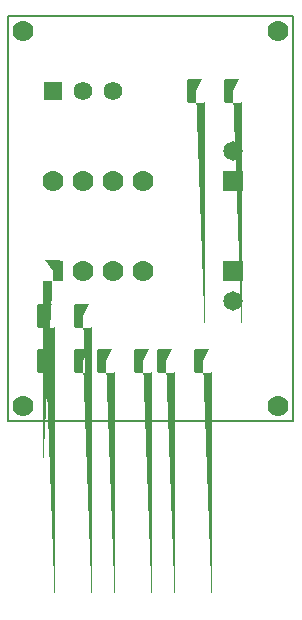
<source format=gbr>
G04 PROTEUS GERBER X2 FILE*
%TF.GenerationSoftware,Labcenter,Proteus,8.9-SP0-Build27865*%
%TF.CreationDate,2020-10-08T22:41:29+00:00*%
%TF.FileFunction,Soldermask,Bot*%
%TF.FilePolarity,Negative*%
%TF.Part,Single*%
%TF.SameCoordinates,{0b1cd8f1-c089-4694-997e-405263033d43}*%
%FSLAX45Y45*%
%MOMM*%
G01*
%TA.AperFunction,Material*%
%ADD22C,1.778000*%
%AMPPAD015*
4,1,68,
-0.635000,0.889000,
0.635000,0.889000,
0.661400,0.887720,
0.686930,0.883950,
0.711490,0.877800,
0.734960,0.869400,
0.757220,0.858870,
0.778150,0.846300,
0.797650,0.831840,
0.815580,0.815580,
0.831840,0.797640,
0.846300,0.778150,
0.858860,0.757220,
0.869400,0.734960,
0.877800,0.711490,
0.883950,0.686930,
0.887720,0.661400,
0.889000,0.635000,
0.889000,-0.635000,
0.887720,-0.661400,
0.883950,-0.686930,
0.877800,-0.711490,
0.869400,-0.734960,
0.858860,-0.757220,
0.846300,-0.778150,
0.831840,-0.797640,
0.815580,-0.815580,
0.797650,-0.831840,
0.778150,-0.846300,
0.757220,-0.858870,
0.734960,-0.869400,
0.711490,-0.877800,
0.686930,-0.883950,
0.661400,-0.887720,
0.635000,-0.889000,
-0.635000,-0.889000,
-0.661400,-0.887720,
-0.686930,-0.883950,
-0.711490,-0.877800,
-0.734960,-0.869400,
-0.757220,-0.858870,
-0.778150,-0.846300,
-0.797650,-0.831840,
-0.815580,-0.815580,
-0.831840,-0.797640,
-0.846300,-0.778150,
-0.858860,-0.757220,
-0.869400,-0.734960,
-0.877800,-0.711490,
-0.883950,-0.686930,
-0.887720,-0.661400,
-0.889000,-0.635000,
-0.889000,0.635000,
-0.887720,0.661400,
-0.883950,0.686930,
-0.877800,0.711490,
-0.869400,0.734960,
-0.858860,0.757220,
-0.846300,0.778150,
-0.831840,0.797640,
-0.815580,0.815580,
-0.797650,0.831840,
-0.778150,0.846300,
-0.757220,0.858870,
-0.734960,0.869400,
-0.711490,0.877800,
-0.686930,0.883950,
-0.661400,0.887720,
-0.635000,0.889000,
0*%
%TA.AperFunction,Material*%
%ADD23PPAD015*%
%AMPPAD016*
4,1,4,
0.825000,0.825000,
0.825000,-0.825000,
-0.825000,-0.825000,
-0.825000,0.825000,
0.825000,0.825000,
0*%
%TA.AperFunction,Material*%
%ADD24PPAD016*%
%ADD25C,1.650000*%
%AMPPAD020*
4,1,68,
0.508000,1.016000,
-0.508000,1.016000,
-0.534400,1.014720,
-0.559930,1.010950,
-0.584490,1.004800,
-0.607960,0.996400,
-0.630220,0.985870,
-0.651150,0.973300,
-0.670650,0.958840,
-0.688580,0.942580,
-0.704840,0.924640,
-0.719300,0.905150,
-0.731860,0.884220,
-0.742400,0.861960,
-0.750800,0.838490,
-0.756950,0.813930,
-0.760720,0.788400,
-0.762000,0.762000,
-0.762000,-0.762000,
-0.760720,-0.788400,
-0.756950,-0.813930,
-0.750800,-0.838490,
-0.742400,-0.861960,
-0.731860,-0.884220,
-0.719300,-0.905150,
-0.704840,-0.924640,
-0.688580,-0.942580,
-0.670650,-0.958840,
-0.651150,-0.973300,
-0.630220,-0.985870,
-0.607960,-0.996400,
-0.584490,-1.004800,
-0.559930,-1.010950,
-0.534400,-1.014720,
-0.508000,-1.016000,
0.508000,-1.016000,
0.534400,-1.014720,
0.559930,-1.010950,
0.584490,-1.004800,
0.607960,-0.996400,
0.630220,-0.985870,
0.651150,-0.973300,
0.670650,-0.958840,
0.688580,-0.942580,
0.704840,-0.924640,
0.719300,-0.905150,
0.731860,-0.884220,
0.742400,-0.861960,
0.750800,-0.838490,
0.756950,-0.813930,
0.760720,-0.788400,
0.762000,-0.762000,
0.762000,0.762000,
0.760720,0.788400,
0.756950,0.813930,
0.750800,0.838490,
0.742400,0.861960,
0.731860,0.884220,
0.719300,0.905150,
0.704840,0.924640,
0.688580,0.942580,
0.670650,0.958840,
0.651150,0.973300,
0.630220,0.985870,
0.607960,0.996400,
0.584490,1.004800,
0.559930,1.010950,
0.534400,1.014720,
0.508000,1.016000,
0*%
%ADD28PPAD020*%
%AMPPAD018*
4,1,4,
-0.790000,0.790000,
0.790000,0.790000,
0.790000,-0.790000,
-0.790000,-0.790000,
-0.790000,0.790000,
0*%
%TA.AperFunction,Material*%
%ADD26PPAD018*%
%ADD27C,1.580000*%
%TA.AperFunction,Profile*%
%ADD17C,0.203200*%
%TD.AperFunction*%
D22*
X+127000Y+127000D03*
X+2286000Y+127000D03*
X+2286000Y-3048000D03*
X+127000Y-3048000D03*
D23*
X+381000Y-1905000D03*
D22*
X+635000Y-1905000D03*
X+889000Y-1905000D03*
X+1143000Y-1905000D03*
X+1143000Y-1143000D03*
X+889000Y-1143000D03*
X+635000Y-1143000D03*
X+381000Y-1143000D03*
D24*
X+1905000Y-1143000D03*
D25*
X+1905000Y-889000D03*
D24*
X+1905000Y-1905000D03*
D25*
X+1905000Y-2159000D03*
D28*
X+1905000Y-381000D03*
X+1590040Y-381000D03*
X+320040Y-2667000D03*
X+635000Y-2667000D03*
X+828040Y-2667000D03*
X+1143000Y-2667000D03*
X+1651000Y-2667000D03*
X+1336040Y-2667000D03*
X+635000Y-2286000D03*
X+320040Y-2286000D03*
D26*
X+381000Y-381000D03*
D27*
X+635000Y-381000D03*
X+889000Y-381000D03*
D17*
X+0Y-3175000D02*
X+2413000Y-3175000D01*
X+2413000Y+254000D01*
X+0Y+254000D01*
X+0Y-3175000D01*
M02*

</source>
